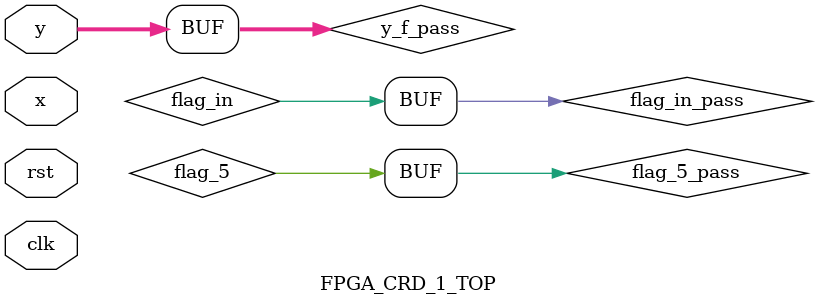
<source format=v>
 module FPGA_CRD_1_TOP(
    x,
    y,
    clk,
    rst
    );
input   signed [31:0]   x;
input   signed [31:0]	y;
input   clk;
input   rst;
reg	flag_5;//ÇóÄæÍê³É±êÖ¾Î»
wire	flag_out_pass;
reg	[1:0]	flag_out_posedge;//µ¥ÖÜÆÚ¼ÆËã±êÖ¾Î»Êä³öÍ¨µÀ
reg	flag_in;//µ¥ÖÜÆÚ¸³Öµ½áÊø±êÖ¾Î»
wire	flag_in_pass;
assign	flag_in_pass=flag_in;
reg	[2:0]	state_1;//ÇóÄæ×´Ì¬»ú
reg	[1:0]	flag_1_posedge;
reg	signed [31:0]	x_reg_1	[174:0];
reg	signed [31:0]	x_reg_2	[174:0];
reg	signed [31:0]	x_reg_3	[174:0];
reg	signed [31:0]	x_reg_4	[174:0];
reg	signed [31:0]	x_reg_5	[174:0];
reg	signed [31:0]	y_reg		[174:0];
reg  signed [31:0]	danwei_0	;
reg  signed [31:0]	danwei_1	[1:0];
reg  signed [31:0]	danwei_2	[2:0];
reg  signed [31:0]	danwei_3	[3:0];
reg  signed [31:0]	danwei_4	[4:0];
reg	flag_4;//¼ÆÊýÔö¼ÓÍê³É±êÖ¾Î»
reg	[10:0]	N;
wire	signed [31:0]	L0_0_O,
							L1_0_O,L1_1_O,
							L2_0_O,L2_1_O,L2_2_O,
							L3_0_O,L3_1_O,L3_2_O,L3_3_O,
							L4_0_O,L4_1_O,L4_2_O,L4_3_O,L4_4_O;
reg	signed [31:0]	X_1,X_2,X_3,X_4,X_5;
wire	signed [31:0]	X_1_pass,X_2_pass,X_3_pass,X_4_pass,X_5_pass;
wire	signed [31:0]	L0_0_I,
							L1_0_I,L1_1_I,
							L2_0_I,L2_1_I,L2_2_I,
							L3_0_I,L3_1_I,L3_2_I,L3_3_I,
							L4_0_I,L4_1_I,L4_2_I,L4_3_I,L4_4_I;

////////////////////////////////////////////////////////////////////
/*¼ÆÊýÆ÷in_cnt,ÉèÖÃ±êÖ¾Î»*/
////////////////////////////////////////////////////////////////////
reg	[12:0]		in_cnt;
reg	flag_1;
always @(posedge clk or negedge rst ) 
	begin	
		if(!rst)	
			begin
				in_cnt	<=	11'b0;
				flag_1	<=1;
			end
		else	if(in_cnt==1050)
			begin
				flag_1	<=	0;
				in_cnt	<=1052;
			end
		else	if(flag_1)
			in_cnt<=in_cnt	+1;
			
	end
////////////////////////////////////////////////////////////////////
/*´Ó¶Ë¿Ú½«Êý¾Ý´¢´æµ½¼Ä´æÆ÷*/
////////////////////////////////////////////////////////////////////

always @(posedge clk	)
	begin	
		if(flag_1)
		begin
			if(in_cnt < 175)
				begin
					x_reg_1[in_cnt]	<=	32'b0;
					x_reg_2[in_cnt]	<=	32'b0;
					x_reg_3[in_cnt]	<=	32'b0;
					x_reg_4[in_cnt]	<=	32'b0;
					x_reg_5[in_cnt]	<=	32'b0;
					//y_reg[in_cnt]	<=	32'b0;
				end
			else	if(in_cnt>175&& in_cnt<351)
				begin
					x_reg_1[in_cnt-176]	<=	x;
					//y_reg[in_cnt-176]	<=	y;
					
				end
			else	if(in_cnt>350&& in_cnt<526)
				 x_reg_2[in_cnt-351]	<=	x;
			else	if(in_cnt>525&& in_cnt<701)
				 x_reg_3[in_cnt-526]	<=	x;
			else	if(in_cnt>700&& in_cnt<876)
				 x_reg_4[in_cnt-701]	<=	x;
			else	if(in_cnt>875&& in_cnt<1051)
				 x_reg_5[in_cnt-876]	<=	x;
		end
	end

////////////////////////////////////////////////////////////////////
/*Éú³Éµ¥Î»¾ØÕó*/
////////////////////////////////////////////////////////////////////
reg	[1:0]	flag_4_posedge;
always@(posedge clk or	negedge	rst)
	begin
		if(!rst)
			flag_4_posedge<=2'b00;
		else	
			flag_4_posedge<={flag_4_posedge[0],flag_4};
	end
always @(posedge clk ) 
	begin	
		if(in_cnt ==10	&&	flag_1)	
			begin
				danwei_0	<=	32'b0000_0010_0000_0000_0000_0000_0000_0000;
				
				danwei_1[0]	<=	32'b0;
				danwei_1[1]	<=	32'b0000_0010_0000_0000_0000_0000_0000_0000;
				
				danwei_2[0]	<=	32'b0;
				danwei_2[1]	<=	32'b0;
				danwei_2[2]	<=	32'b0000_0010_0000_0000_0000_0000_0000_0000;
				
				danwei_3[0]	<=	32'b0;
				danwei_3[1]	<=	32'b0;
				danwei_3[2]	<=	32'b0;
				danwei_3[3]	<=	32'b0000_0010_0000_0000_0000_0000_0000_0000;
				
				danwei_4[0]	<=	32'b0;
				danwei_4[1]	<=	32'b0;
				danwei_4[2]	<=	32'b0;
				danwei_4[3]	<=	32'b0;
				danwei_4[4]	<=	32'b0000_0010_0000_0000_0000_0000_0000_0000;
			end
		else if(flag_4_posedge==2'b01&&(N<176))
			begin
				danwei_0<=danwei_0-L0_0_O;		
				
				danwei_1[0]<=danwei_1[0]-L1_0_O;		
				danwei_1[1]<=danwei_1[1]-L1_1_O;		
				
				danwei_2[0]<=danwei_2[0]-L2_0_O;		
				danwei_2[1]<=danwei_2[1]-L2_1_O;		
				danwei_2[2]<=danwei_2[2]-L2_2_O;		
				
				danwei_3[0]<=danwei_3[0]-L3_0_O;		
				danwei_3[1]<=danwei_3[1]-L3_1_O;		
				danwei_3[2]<=danwei_3[2]-L3_2_O;		
				danwei_3[3]<=danwei_3[3]-L3_3_O;		
				
				danwei_4[0]<=danwei_4[0]-L4_0_O;		
				danwei_4[1]<=danwei_4[1]-L4_1_O;		
				danwei_4[2]<=danwei_4[2]-L4_2_O;		
				danwei_4[3]<=danwei_4[3]-L4_3_O;		
				danwei_4[4]<=danwei_4[4]-L4_4_O;
			/*danwei_0<=18664104;
			danwei_1[0]<=-8914755;
			danwei_1[1]<=24732447;
			
			danwei_2[0]<=-4126348;
			danwei_2[1]<=-5270553;
			danwei_2[2]<=27999909;
			
			danwei_3[0]<=-7066962;
			danwei_3[1]<=-8691875;
			danwei_3[2]<=-6796152;
			danwei_3[3]<=21118289;
			
			danwei_4[0]<=-6416122;
			danwei_4[1]<=-1999738;
			danwei_4[2]<=473952;
			danwei_4[3]<=-1621119;
			danwei_4[4]<=22754307;*/
				
			end
							  /*$monitor ($time , ," step3 N%d\n	danwei_0 %d\n  danwei_1[0] %d\n danwei_1[1] %d\ndanwei_2[0] %d\n danwei_2[1] %d\n	danwei_2[2] %d\n danwei_3[0] %d\ndanwei_3[1] %d\n danwei_3[2] %d\n\n\n", 
                                     N,danwei_0, danwei_1[0], danwei_1[1], danwei_2[0], danwei_2[1], danwei_2[2],  danwei_3[0], danwei_3[1], danwei_3[2]);
	end*/
end
///////////////////////////////////////////////////////////////////////////////////////////////////////µÚÒ»²½½áÊø£º³õÊ¼¼Ä´æÆ÷±äÁ¿¸³ÖµÍê³É

assign			X_1_pass=X_1,				X_2_pass=X_2,				X_3_pass=X_3,				X_4_pass=X_4,				X_5_pass=X_5;
assign			L0_0_I=danwei_0,				
					L1_0_I=danwei_1[0],		L1_1_I=danwei_1[1],		
					L2_0_I=danwei_2[0],		L2_1_I=danwei_2[1],		L2_2_I=danwei_2[2],	
					L3_0_I=danwei_3[0],		L3_1_I=danwei_3[1],		L3_2_I=danwei_3[2],		L3_3_I=danwei_3[3],		
					L4_0_I=danwei_4[0],		L4_1_I=danwei_4[1],		L4_2_I=danwei_4[2],		L4_3_I=danwei_4[3],		L4_4_I=danwei_4[4];
////////////////////////////////////////////////////////////////////
/*ÇóÄæ×´Ì¬»ú*/
////////////////////////////////////////////////////////////////////

always@(posedge clk or	negedge	rst)
	begin
		if(!rst)
			flag_out_posedge<=2'b00;
		else
			flag_out_posedge<={flag_out_posedge[0],flag_out_pass};
	end
always@(posedge clk or	negedge	rst)
	begin
		if(!rst)
			flag_1_posedge<=2'b11;
		else
			flag_1_posedge<={flag_1_posedge[0],flag_1};
	end
always @(posedge clk or	negedge	rst) 
	begin
		if(!rst)
			state_1<=3'b000;
		else
			case(state_1)
				3'b000:if(flag_1_posedge==2'b10)
							begin
								
								N<=0;
								flag_5<=0;
								state_1<=3'b1;
							end
				3'b001:if(flag_out_posedge==2'b01)
							begin
								N<=N+1;
								if(N>173)
									state_1<=3'b010;
								else
									state_1<=state_1;
							end
				3'b010:if((N>174)&&(!flag_4))	
							begin
								flag_5<=1;
								N<=180;
							end
		
			endcase
	end
reg	[1:0]	flag_5_posedge;
wire	flag_5_pass;
assign	flag_5_pass=flag_5;
always@(posedge clk or	negedge	rst)
	begin
		if(!rst)
			flag_5_posedge<=2'b00;
		else	
			flag_5_posedge<={flag_5_posedge[0],flag_5};
	end
reg	flag_4_dapai;
always@(posedge clk or	negedge	rst)
	begin
		if(!rst)
			flag_4_dapai<=0;
		else	if(flag_4_posedge==2'b01)
			flag_4_dapai<=flag_4;
		else
			flag_4_dapai<=0;
	end
always @(posedge clk or negedge	rst)
	begin
		if(!rst)
			flag_4<=0;
		else	if(flag_1_posedge==2'b10||flag_out_posedge==2'b01)
			begin
				flag_4<=1;
				flag_in<=1;
			end
		else	if(flag_4_dapai)
			begin
				flag_4<=0;
				flag_in<=0;
			end
	end
////////////////////////////////////////////////////////////////////
/*µ¥ÖÜÆÚÍê³Éºó½«XµÄ¸³ÖµË¢ÐÂ*/
////////////////////////////////////////////////////////////////////
always @(posedge clk ) 
	begin
		if((flag_4_posedge==2'b01)&&(N<175))
			begin
				X_1<=x_reg_1[N];
				X_2<=x_reg_2[N];
				X_3<=x_reg_3[N];
				X_4<=x_reg_4[N];
				X_5<=x_reg_5[N];
			end
	end
	
Inverse	Inverse(
					.clk(clk),
					.rst(rst),
					.flag_out(flag_out_pass),
					.flag_in(flag_in_pass),
//					.flag_5(flag_5_pass),
					.X_1_pass(X_1_pass),	.X_2_pass(X_2_pass),	.X_3_pass(X_3_pass),	.X_4_pass(X_4_pass),	.X_5_pass(X_5_pass),
					
					.L0_0_I(L0_0_I),		
					.L1_0_I(L1_0_I),		.L1_1_I(L1_1_I),		
					.L2_0_I(L2_0_I),		.L2_1_I(L2_1_I),		.L2_2_I(L2_2_I),		
					.L3_0_I(L3_0_I),		.L3_1_I(L3_1_I),		.L3_2_I(L3_2_I),		.L3_3_I(L3_3_I),		
					.L4_0_I(L4_0_I),		.L4_1_I(L4_1_I),		.L4_2_I(L4_2_I),		.L4_3_I(L4_3_I),		.L4_4_I(L4_4_I),
					
					.L0_0_O(L0_0_O),		
					.L1_0_O(L1_0_O),		.L1_1_O(L1_1_O),		
					.L2_0_O(L2_0_O),		.L2_1_O(L2_1_O),		.L2_2_O(L2_2_O),		
					.L3_0_O(L3_0_O),		.L3_1_O(L3_1_O),		.L3_2_O(L3_2_O),		.L3_3_O(L3_3_O),		
					.L4_0_O(L4_0_O),		.L4_1_O(L4_1_O),		.L4_2_O(L4_2_O),		.L4_3_O(L4_3_O),		.L4_4_O(L4_4_O)
					);
///////////////////////////////////////////////////////////////////////////////////////////////////////////////////////////////µÚ¶þ½×¶ÎÇóÄæ½áÊø
///////////////////////////////////////////////////////////////////////////////////////////////////////////////////////////////µÚÈý½×¶ÎÇó×îÖÕ½á¹û
////////////////////////////////////////////////////////////////////
/*ÇóÄæ½áÊø±êÖ¾Î»flag_qiuni_top*/
////////////////////////////////////////////////////////////////////
reg	[15:0]	cnt_y_top;
reg	flag_qiuni_top;
always @(posedge clk or negedge rst) 
	begin	
		if(!rst)
			begin
				cnt_y_top	<=	16'b0;
				flag_qiuni_top<=0;
			end
		else	if(cnt_y_top>16'd19800)
			begin
				cnt_y_top<=cnt_y_top;
				flag_qiuni_top<=1;
			end
		else	if(cnt_y_top<=16'd19800)
				cnt_y_top<=cnt_y_top+1;	
	end
/*reg	[1:0]	flag_qiuni_posedge;
always@(posedge clk or	negedge	rst)
	begin
		if(!rst)
			flag_qiuni_posedge<=2'b00;
		else	
			flag_qiuni_posedge<={flag_qiuni_posedge[0],flag_qiuni};
	end*/
reg	[9:0]	cnt_dc_qiur_top;//¼ÆËãÒ»´ÎY£º1*175ÐèÒªµÄÊ±¼ä
reg	[14:0]	N_top;
always @(posedge clk or negedge rst) 
	begin	
		if(!rst)
			begin
				cnt_dc_qiur_top	<=	10'b0;
				N_top<=1;
			end
		else	if(cnt_dc_qiur_top==10'd360&&flag_qiuni_top&&N_top<=15'd8000)
			begin
				cnt_dc_qiur_top<=0;
				N_top<=N_top+1;
			end
		else	if(cnt_dc_qiur_top<10'd360&&flag_qiuni_top&&N_top<=15'd8000)
				cnt_dc_qiur_top<=cnt_dc_qiur_top+1;	
		else
			N_top<=N_top;
	end
////////////////////////////////////////////////////////////////////
/*¼ÆÊýÆ÷cnt_dc*/
////////////////////////////////////////////////////////////////////
reg	[9:0]	cnt_dc;
always @(posedge clk	)
	begin	
		if((N_top<=15'd8000)&&flag_qiuni_top)
					cnt_dc<=cnt_dc_qiur_top;
					
	end
////////////////////////////////////////////////////////////////////
/*¼ÆËãxy,½«XËÍÈë¶Ë¿Ú*/
////////////////////////////////////////////////////////////////////
reg	signed	[118:0]	Y	[174:0];
reg	signed	[31:0]	y_f,x_1_f,x_2_f,x_3_f,x_4_f,x_5_f;
wire	signed	[31:0]	y_f_pass,x_1_f_pass,x_2_f_pass,x_3_f_pass,x_4_f_pass,x_5_f_pass;
wire	signed	[63:0]	xy_1_f_pass,xy_2_f_pass,xy_3_f_pass,xy_4_f_pass,xy_5_f_pass;
reg	signed	[68:0]	xy_1_f,xy_2_f,xy_3_f,xy_4_f,xy_5_f;
assign	y_f_pass=y;
assign	x_1_f_pass=x_1_f;
assign	x_2_f_pass=x_2_f;
assign	x_3_f_pass=x_3_f;
assign	x_4_f_pass=x_4_f;
assign	x_5_f_pass=x_5_f;
always @(posedge clk)
	begin
	if((N_top<=15'd8000)&&(cnt_dc_qiur_top>=0)&&(cnt_dc_qiur_top<=174)&&flag_qiuni_top)
			begin
				x_1_f<=x_reg_1[cnt_dc_qiur_top];
				x_2_f<=x_reg_2[cnt_dc_qiur_top];
				x_3_f<=x_reg_3[cnt_dc_qiur_top];
				x_4_f<=x_reg_4[cnt_dc_qiur_top];
				x_5_f<=x_reg_5[cnt_dc_qiur_top];	
			end
	end
////////////////////////////////////////////////////////////////////
/*¼ÆÊýÆ÷cnt_dc´òÅÄ*/
////////////////////////////////////////////////////////////////////
reg	[9:0]	cnt_dc_1;
always @(posedge clk)
	begin	
		if((N_top<=15'd8000)&&flag_qiuni_top)
					cnt_dc_1<=cnt_dc;
					
	end
////////////////////////////////////////////////////////////////////
/*¼ÆËãxy,ÀÛ¼Ó*/
////////////////////////////////////////////////////////////////////
always @(posedge clk	or	negedge	rst)
	begin
	if(!rst)
		begin
			xy_1_f<=0;
			xy_2_f<=0;
			xy_3_f<=0;
			xy_4_f<=0;
			xy_5_f<=0;
		end
	
	else if((N_top<=15'd8000)&&(cnt_dc>=0)&&(cnt_dc<=174)&&flag_qiuni_top)
			begin
				xy_1_f<=xy_1_f+xy_1_f_pass;
				xy_2_f<=xy_2_f+xy_2_f_pass;
				xy_3_f<=xy_3_f+xy_3_f_pass;
				xy_4_f<=xy_4_f+xy_4_f_pass;
				xy_5_f<=xy_5_f+xy_5_f_pass;
				y_reg[cnt_dc]<=y;	
//				y_f<=y;
				Y[cnt_dc]<={y,87'b0};
				
			end
	else	
		begin
			xy_1_f<=0;
			xy_2_f<=0;
			xy_3_f<=0;
			xy_4_f<=0;
			xy_5_f<=0;
		end
	end
////////////////////////////////////////////////////////////////////
/*¼ÆËãalfa*/
////////////////////////////////////////////////////////////////////
reg signed [89:0]  alfa1,alfa2,alfa3,alfa4,alfa5;
always @(posedge clk	or	negedge	rst)
	begin
	if(!rst)
		begin
			alfa1<=0;
			alfa2<=0;
			alfa3<=0;
			alfa4<=0;
			alfa5<=0;
		end
	
	else if((N_top<=15'd8000)&&(cnt_dc==175)&&flag_qiuni_top)
			begin
				 alfa1 <= danwei_0*xy_1_f + danwei_1[0]*xy_2_f + danwei_2[0]*xy_3_f + danwei_3[0]*xy_4_f + danwei_4[0]*xy_5_f;
             alfa2 <= danwei_1[0]*xy_1_f + danwei_1[1]*xy_2_f + danwei_2[1]*xy_3_f + danwei_3[1]*xy_4_f + danwei_4[1]*xy_5_f;
				 alfa3 <= danwei_2[0]*xy_1_f + danwei_2[1]*xy_2_f + danwei_2[2]*xy_3_f + danwei_3[2]*xy_4_f + danwei_4[2]*xy_5_f;
				 alfa4 <= danwei_3[0]*xy_1_f + danwei_3[1]*xy_2_f + danwei_3[2]*xy_3_f + danwei_3[3]*xy_4_f + danwei_4[3]*xy_5_f;
				 alfa5 <= danwei_4[0]*xy_1_f + danwei_4[1]*xy_2_f + danwei_4[2]*xy_3_f + danwei_4[3]*xy_4_f + danwei_4[4]*xy_5_f;
			end
	else if((N_top<=15'd8000)&&(cnt_dc>175)&&(cnt_dc<350)&&flag_qiuni_top)
			begin
				 alfa1 <= alfa1;
             alfa2 <= alfa2;
				 alfa3 <= alfa3;
             alfa4 <= alfa4;
				 alfa5 <= alfa5;
			end
	else	
		begin
			alfa1<=0;
			alfa2<=0;
			alfa3<=0;
			alfa4<=0;
			alfa5<=0;
		end		
	end
	
////////////////////////////////////////////////////////////////////
/*¼ÆËãalfa*x,*/
////////////////////////////////////////////////////////////////////
reg	signed	[118:0]	sum	[174:0];
always @(posedge clk	)
	begin
	if((N_top<=15'd8000)&&(cnt_dc>=176)&&(cnt_dc<=350)&&flag_qiuni_top)
				sum[cnt_dc-176]<=x_reg_1[cnt_dc-176]*alfa1+x_reg_2[cnt_dc-176]*alfa2+x_reg_3[cnt_dc-176]*alfa3+x_reg_4[cnt_dc-176]*alfa4+x_reg_5[cnt_dc-176]*alfa5;
	end
/*reg	[9:0]	cnt_dc_2;
always @(posedge clk	or	rst)
	begin	
		if(!rst)
				cnt_dc_2<=	10'd0;
		else	if((N_top<=13'd7999)&&flag_qiuni_top)
					cnt_dc_2<=cnt_dc_1;
					
	end*/
////////////////////////////////////////////////////////////////////
/*¼ÆËãR*/
////////////////////////////////////////////////////////////////////
reg	signed	[124:0]	sum_final;
always @(posedge clk	or	negedge	rst)
	begin
	if(!rst)
		begin
		sum_final<=0;
		end
		else if((N_top<=15'd8000)&&(cnt_dc>=177)&&(cnt_dc_1<=351)&&flag_qiuni_top)
			begin
					if( sum[cnt_dc-177] > Y[cnt_dc-177] ) 
						sum_final <= sum_final + (sum[cnt_dc-177] - Y[cnt_dc-177]);//sumH3Ïàµ±ÓÚRy
					else
						sum_final <= sum_final + (Y[cnt_dc-177] - sum[cnt_dc-177]);
			end
		else
			sum_final<=0;
	end
MUL_xy MUL_xy_1 (.a(y_f_pass), .b(x_1_f_pass),	.p(xy_1_f_pass));	
MUL_xy MUL_xy_2 (.a(y_f_pass), .b(x_2_f_pass),	.p(xy_2_f_pass));
MUL_xy MUL_xy_3 (.a(y_f_pass), .b(x_3_f_pass),	.p(xy_3_f_pass));
MUL_xy MUL_xy_4 (.a(y_f_pass), .b(x_4_f_pass),	.p(xy_4_f_pass));
MUL_xy MUL_xy_5 (.a(y_f_pass), .b(x_5_f_pass),	.p(xy_5_f_pass));

/*MUL_xaf MUL_xaf_1 (.a(af1_g_pass), .b(x_1_g_pass),	.p(xy_1_g_pass));	
MUL_xaf MUL_xaf_2 (.a(af2_g_pass), .b(x_2_g_pass),	.p(xy_2_g_pass));
MUL_xaf MUL_xaf_3 (.a(af3_g_pass), .b(x_3_g_pass),	.p(xy_3_g_pass));
MUL_xaf MUL_xaf_4 (.a(af4_g_pass), .b(x_4_g_pass),	.p(xy_4_g_pass));
MUL_xaf MUL_xaf_5 (.a(af5_g_pass), .b(x_5_g_pass),	.p(xy_5_g_pass));*/
endmodule

</source>
